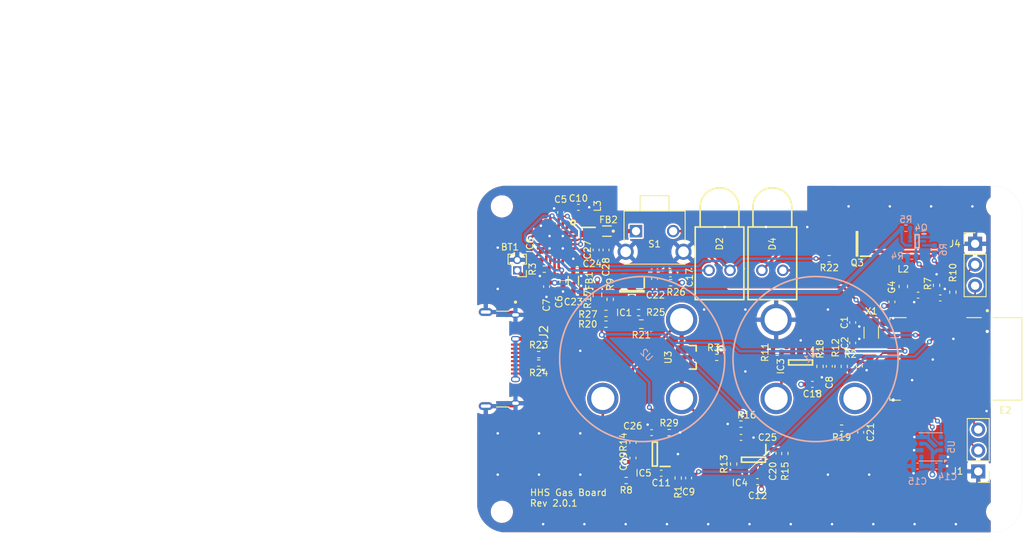
<source format=kicad_pcb>
(kicad_pcb (version 20240108) (generator "pcbnew") (generator_version "8.0")
  (layers (0 "F.Cu" signal) (1 "In1.Cu" power) (2 "In2.Cu" power) (31 "B.Cu" power) (34 "B.Paste" user) (35 "F.Paste" user) (36 "B.SilkS" user "B.Silkscreen") (37 "F.SilkS" user "F.Silkscreen") (38 "B.Mask" user) (39 "F.Mask" user) (44 "Edge.Cuts" user))
  (net 0 "")
  (net 1 "GND")
  (net 2 "VBAT")
  (net 3 "Net-(E2-P0.00{slash}XL1)")
  (net 4 "Net-(E2-P0.01{slash}XL2)")
  (net 5 "Net-(E2-DEC4)")
  (net 6 "VDD_nRF")
  (net 7 "Net-(IC6-DEC)")
  (net 8 "VSYS_RAW")
  (net 9 "VBUS")
  (net 10 "Net-(IC6-VOUTB)")
  (net 11 "Net-(IC5--IN)")
  (net 12 "Net-(IC5-OUT)")
  (net 13 "O2_MON")
  (net 14 "BAT_MON")
  (net 15 "Net-(IC3--IN)")
  (net 16 "Net-(IC3-OUT)")
  (net 17 "Net-(IC4-OUT)")
  (net 18 "Net-(IC4--IN)")
  (net 19 "GAS_MON")
  (net 21 "Net-(D2-K)")
  (net 22 "Net-(D4-K)")
  (net 23 "Net-(D4-A)")
  (net 27 "UART_RX")
  (net 28 "NORMAL")
  (net 31 "UART_TX")
  (net 32 "Net-(E2-SWDIO)")
  (net 34 "POTENTIOSTAT_OUT")
  (net 38 "Net-(E2-SWDCLK)")
  (net 42 "SDA")
  (net 43 "BAT_MON_EN")
  (net 45 "Net-(E2-DCC)")
  (net 46 "SCL")
  (net 47 "Net-(IC3-+IN)")
  (net 49 "Net-(IC6-SW)")
  (net 52 "Net-(IC6-NTC)")
  (net 53 "POWER")
  (net 54 "Net-(L1-Pad1)")
  (net 55 "Net-(Q4-D1)")
  (net 56 "Net-(R13-Pad2)")
  (net 57 "Net-(R14-Pad2)")
  (net 58 "Net-(Q4-D2)")
  (net 62 "Net-(IC1-VO)")
  (net 64 "Net-(R8-Pad2)")
  (net 65 "Vref_Devider")
  (net 66 "Vref_REF")
  (net 67 "Vref")
  (net 68 "Net-(R31-Pad1)")
  (net 69 "Net-(J2-VBUS)")
  (net 70 "Net-(J2-CC2)")
  (net 71 "Net-(J2-CC1)")
  (footprint "Resistor_SMD:R_0402_1005Metric" (layer "F.Cu") (at 155.66 112.07 -90)
    (property "Reference" "R7")
    (property "Value" "180k")
  )
  (footprint "Resistor_SMD:R_0402_1005Metric" (layer "F.Cu") (at 116.12 113.765 -90)
    (property "Reference" "R9")
    (property "Value" "1M")
  )
  (footprint "Resistor_SMD:R_0402_1005Metric" (layer "F.Cu") (at 141.54 121.885 90)
    (property "Reference" "R18")
    (property "Value" "10k")
  )
  (footprint "LIB_1285AS-H-2R2M=P2:1285ASH1R0MP2" (layer "F.Cu") (at 113.505 105.045 -90)
    (property "Reference" "L3")
    (property "Value" "2.2uH" (hide yes))
  )
  (footprint "Capacitor_SMD:C_0402_1005Metric" (layer "F.Cu") (at 118.88 132.985 -90)
    (property "Reference" "C19")
    (property "Value" "100nF")
  )
  (footprint "Resistor_SMD:R_0402_1005Metric" (layer "F.Cu") (at 119.57 115.37)
    (property "Reference" "R25")
    (property "Value" "1M")
  )
  (footprint "WP1533BQ_ID:WP1533BQ" (layer "F.Cu") (at 128.1 110.25 -90)
    (property "Reference" "D2")
    (property "Value" "L0603R" (hide yes))
  )
  (footprint "Resistor_SMD:R_0402_1005Metric" (layer "F.Cu") (at 123.26 129.91)
    (property "Reference" "R29")
    (property "Value" "NC")
  )
  (footprint "Capacitor_SMD:C_0402_1005Metric" (layer "F.Cu") (at 114.42 107.78 90)
    (property "Reference" "C27")
    (property "Value" "1uF")
  )
  (footprint "MMBFJ177:SOT23" (layer "F.Cu") (at 125.88 120.79 -90)
    (property "Reference" "U3")
    (property "Value" "MMBFJ177")
  )
  (footprint "Resistor_SMD:R_0603_1608Metric" (layer "F.Cu") (at 114.58 113.215 -90)
    (property "Reference" "R17")
    (property "Value" "9.1M")
  )
  (footprint "Connector_PinHeader_1.27mm:PinHeader_1x02_P1.27mm_Vertical" (layer "F.Cu") (at 104.86 110.26 180)
    (property "Reference" "BT1")
    (property "Value" "BT1" (hide yes))
  )
  (footprint "Connector_PinHeader_2.54mm:PinHeader_1x03_P2.54mm_Vertical" (layer "F.Cu") (at 160.71 134.61 180)
    (property "Reference" "J1")
    (property "Value" "J-link")
  )
  (footprint "Crystal:Crystal_SMD_3215-2Pin_3.2x1.5mm" (layer "F.Cu") (at 147.75 117.8025 90)
    (property "Reference" "X1")
    (property "Value" "32.768kHz")
  )
  (footprint "Capacitor_SMD:C_0402_1005Metric" (layer "F.Cu") (at 156.11 113.595)
    (property "Reference" "C16" (hide yes))
    (property "Value" "100nF")
  )
  (footprint "MURATA_BLM15PE121SH1D:MURATA_BLM15PE121SH1D_0" (layer "F.Cu") (at 115.73 105.5)
    (property "Reference" "FB2")
    (property "Value" "120R/0.9A")
  )
  (footprint "Capacitor_SMD:C_0402_1005Metric" (layer "F.Cu") (at 121.14 129.91 180)
    (property "Reference" "C26")
    (property "Value" "10uF")
  )
  (footprint "NPM1100-QDAA-R:QFN50P400X400X90-25N-D" (layer "F.Cu") (at 109.63 106.845 -90)
    (property "Reference" "IC6")
    (property "Value" "NPM1100-QDAA-R" (hide yes))
  )
  (footprint "HHS:gas_nordic_edge" (layer "F.Cu") (at 100 100)
    (property "Reference" "Gas_Board1" (hide yes))
    (property "Value" "Gas_Board" (hide yes))
    (fp_line (start 0 3.5) (end 0 15.5) (stroke (width 0.01)) (layer "Edge.Cuts"))
    (fp_line (start 0 38.5) (end 0 26.5) (stroke (width 0.01)) (layer "Edge.Cuts"))
    (fp_line (start 17 0) (end 3.5 0) (stroke (width 0.01)) (layer "Edge.Cuts"))
    (fp_line (start 17 0) (end 17 3) (stroke (width 0.01)) (layer "Edge.Cuts"))
    (fp_line (start 40 0) (end 40 3) (stroke (width 0.01)) (layer "Edge.Cuts"))
    (fp_line (start 40 3) (end 17 3) (stroke (width 0.01)) (layer "Edge.Cuts"))
    (fp_line (start 62.5 0) (end 40 0) (stroke (width 0.01)) (layer "Edge.Cuts"))
    (fp_line (start 62.5 42) (end 3.5 42) (stroke (width 0.01)) (layer "Edge.Cuts"))
    (fp_line (start 66 3.5) (end 66 38.5) (stroke (width 0.01)) (layer "Edge.Cuts"))
    (fp_arc (start 0 3.5) (mid 1.025126 1.025126) (end 3.5 0) (stroke (width 0.01)) (layer "Edge.Cuts"))
    (fp_arc (start 3.5 42) (mid 1.025126 40.974874) (end 0 38.5) (stroke (width 0.01)) (layer "Edge.Cuts"))
    (fp_arc (start 62.5 0) (mid 64.974874 1.025126) (end 66 3.5) (stroke (width 0.01)) (layer "Edge.Cuts"))
    (fp_arc (start 66 38.5) (mid 64.974874 40.974874) (end 62.5 42) (stroke (width 0.01)) (layer "Edge.Cuts"))
  )
  (footprint "Capacitor_SMD:C_0402_1005Metric" (layer "F.Cu") (at 122.305 134.835 180)
    (property "Reference" "C11")
    (property "Value" "100nF")
  )
  (footprint "Capacitor_SMD:C_0402_1005Metric" (layer "F.Cu") (at 112.125 112.92 180)
    (property "Reference" "C23")
    (property "Value" "100nF")
  )
  (footprint "Resistor_SMD:R_0603_1608Metric" (layer "F.Cu") (at 119.89 116.77)
    (property "Reference" "R21")
    (property "Value" "953k")
  )
  (footprint "Capacitor_SMD:C_0402_1005Metric" (layer "F.Cu") (at 112.125 110.145 180)
    (property "Reference" "C24")
    (property "Value" "10nF")
  )
  (footprint "Inductor_SMD:L_0603_1608Metric" (layer "F.Cu") (at 151.63 112.2025 90)
    (property "Reference" "L2")
    (property "Value" "10uH")
  )
  (footprint "Capacitor_SMD:C_0402_1005Metric" (layer "F.Cu") (at 125.62 135.41 90)
    (property "Reference" "C9")
    (property "Value" "10uF")
  )
  (footprint "Resistor_SMD:R_0402_1005Metric" (layer "F.Cu") (at 115.61 115.47 180)
    (property "Reference" "R27")
    (property "Value" "NC")
  )
  (footprint "Capacitor_SMD:C_0402_1005Metric" (layer "F.Cu") (at 121.5 111.26 -90)
    (property "Reference" "C22")
    (property "Value" "100nF")
  )
  (footprint "LPV821DBVR:SOT95P280X145-5N" (layer "F.Cu") (at 139.19 121.41 -90)
    (property "Reference" "IC3")
    (property "Value" "LPV821DBVR" (hide yes))
  )
  (footprint "Resistor_SMD:R_0402_1005Metric" (layer "F.Cu") (at 143.73 121.89 -90)
    (property "Reference" "R12")
    (property "Value" "2M")
  )
  (footprint "Connector_PinHeader_2.54mm:PinHeader_1x03_P2.54mm_Vertical" (layer "F.Cu") (at 160.33 107.03)
    (property "Reference" "J4")
    (property "Value" "Conn_01x03")
  )
  (footprint "Capacitor_SMD:C_0402_1005Metric" (layer "F.Cu") (at 112.27 102.62)
    (property "Reference" "C10")
    (property "Value" "10uF")
  )
  (footprint "Capacitor_SMD:C_0402_1005Metric" (layer "F.Cu") (at 108.42 112.22 90)
    (property "Reference" "C7")
    (property "Value" "1uF")
  )
  (footprint "MURATA_BLM15PE121SH1D:MURATA_BLM15PE121SH1D_0" (layer "F.Cu") (at 111.655 111.495 90)
    (property "Reference" "FB1")
    (property "Value" "120R/0.9A")
  )
  (footprint "Resistor_SMD:R_0402_1005Metric" (layer "F.Cu") (at 144.16 129.37)
    (property "Reference" "R19")
    (property "Value" "49.9k")
  )
  (footprint "Inductor_SMD:L_0402_1005Metric" (layer "F.Cu") (at 153 111.6625 -90)
    (property "Reference" "L1" (hide yes))
    (property "Value" "15nH")
  )
  (footprint "MDBT42Q-512KV2:RAYTAC_MDBT42Q-512KV2" (layer "F.Cu") (at 158 120.98 -90)
    (property "Reference" "E2")
    (property "Value" "MDBT42Q-512KV2")
  )
  (footprint "Resistor_SMD:R_0402_1005Metric" (layer "F.Cu") (at 157.635 112.895 -90)
    (property "Reference" "R10")
    (property "Value" "1M")
  )
  (footprint "Capacitor_SMD:C_0402_1005Metric" (layer "F.Cu") (at 146.47 129.87 90)
    (property "Reference" "C21")
    (property "Value" "10uF")
  )
  (footprint "REF1112AIDBZR:SOT95P237X112-3N" (layer "F.Cu") (at 118.75 112.79 -90)
    (property "Reference" "IC1")
    (property "Value" "REF1112AIDBZR" (hide yes))
  )
  (footprint "TS11-674-43-BK-100-RA-D:SW_TS11-674-43-BK-100-RA-D" (layer "F.Cu") (at 121.5 105.5 180)
    (property "Reference" "S1")
    (property "Value" "SW1")
  )
  (footprint "Capacitor_SMD:C_0402_1005Metric" (layer "F.Cu") (at 153.42 113.26 180)
    (property "Reference" "C3" (hide yes))
    (property "Value" "1uF")
  )
  (footprint "Capacitor_SMD:C_0402_1005Metric" (layer "F.Cu") (at 135.85 132.415 -90)
    (property "Reference" "C20")
    (property "Value" "10uF")
  )
  (footprint "Resistor_SMD:R_0402_1005Metric" (layer "F.Cu") (at 136.36 120.16 180)
    (property "Reference" "R11")
    (property "Value" "100")
  )
  (footprint "Resistor_SMD:R_0402_1005Metric" (layer "F.Cu") (at 131.08 133.715 90)
    (property "Reference" "R13")
    (property "Value" "10")
  )
  (footprint "Resistor_SMD:R_0402_1005Metric" (layer "F.Cu") (at 129.03 120.79)
    (property "Reference" "R31")
    (property "Value" "1M")
  )
  (footprint "Resistor_SMD:R_0402_1005Metric" (layer "F.Cu") (at 123.44 111.75)
    (property "Reference" "R26")
    (property "Value" "1M")
  )
  (footprint "Capacitor_SMD:C_0402_1005Metric" (layer "F.Cu") (at 140.615 124.06 180)
    (property "Reference" "C18")
    (property "Value" "100nF")
  )
  (footprint "Resistor_SMD:R_0402_1005Metric" (layer "F.Cu") (at 118.88 131.06 90)
    (property "Reference" "R14")
    (property "Value" "10k")
  )
  (footprint "Capacitor_SMD:C_0402_1005Metric" (layer "F.Cu") (at 145.5 116.5725 90)
    (property "Reference" "C1")
    (property "Value" "12pF")
  )
  (footprint "LPV821DBVR:SOT95P280X145-5N" (layer "F.Cu") (at 121.53 132.51 180)
    (property "Reference" "IC5")
    (property "Value" "LPV821DBVR" (hide yes))
  )
  (footprint "Resistor_SMD:R_0402_1005Metric" (layer "F.Cu") (at 142.65 108.84 180)
    (property "Reference" "R22")
    (property "Value" "150")
  )
  (footprint "Capacitor_SMD:C_0402_1005Metric" (layer "F.Cu") (at 133.96 135.84)
    (property "Reference" "C12")
    (property "Value" "100nF")
  )
  (footprint "Resistor_SMD:R_0402_1005Metric" (layer "F.Cu") (at 124.36 135.41 -90)
    (property "Reference" "R1")
    (property "Value" "49.9k")
  )
  (footprint "FDV303N:SOT96P237X111-3N" (layer "F.Cu") (at 146.02 107.035 180)
    (property "Reference" "Q3")
    (property "Value" "FDV303N" (hide yes))
  )
  (footprint "Capacitor_SMD:C_0402_1005Metric" (layer "F.Cu") (at 131.98 130.49 180)
    (property "Reference" "C25")
    (property "Value" "10uF")
  )
  (footprint "Resistor_SMD:R_0402_1005Metric" (layer "F.Cu") (at 107.46 121.485)
    (property "Reference" "R24")
    (property "Value" "5.1k")
  )
  (footprint "Resistor_SMD:R_0402_1005Metric" (layer "F.Cu") (at 137.28 132.44 -90)
    (property "Reference" "R15")
    (property "Value" "300k")
  )
  (footprint "WP1533BQ_ID:WP1533BQ" (layer "F.Cu") (at 134.5 110.25 -90)
    (property "Reference" "D4")
    (property "Value" "L0603G" (hide yes))
  )
  (footprint "Capacitor_SMD:C_0402_1005Metric" (layer "F.Cu") (at 110.405 111.645 -90)
    (property "Reference" "C6")
    (property "Value" "10uF")
  )
  (footprint "Capacitor_SMD:C_0402_1005Metric" (layer "F.Cu") (at 150.25 114.07 90)
    (property "Reference" "C4")
    (property "Value" "10uF")
  )
  (footprint "UJ20-C-G-MSMT-TR-68:CUI_UJ20-C-G-MSMT-TR-68" (layer "F.Cu") (at 101.05 121 -90)
    (property "Reference" "J2")
    (property "Value" "USB")
    (fp_line (start -5.5 1.05) (end -5.1 0.65) (stroke (width 0.01)) (layer "Edge.Cuts"))
    (fp_line (start -5.1 0.65) (end -5.1 -2.35) (stroke (width 0.01)) (layer "Edge.Cuts"))
    (fp_line (start 5.1 0.65) (end 5.5 1.05) (stroke (width 0.01)) (layer "Edge.Cuts"))
    (fp_line (start 5.1 -2.35) (end 5.1 0.65) (stroke (width 0.01)) (layer "Edge.Cuts"))
    (fp_line (start -4.6 -2.85) (end 4.6 -2.85) (stroke (width 0.01)) (layer "Edge.Cuts"))
    (fp_arc (start -5.1 -2.35) (mid -4.953553 -2.703553) (end -4.6 -2.85) (stroke (width 0.01)) (layer "Edge.Cuts"))
    (fp_arc (start 4.6 -2.85) (mid 4.953553 -2.703553) (end 5.1 -2.35) (stroke (width 0.01)) (layer "Edge.Cuts"))
  )
  (footprint "Resistor_SMD:R_0402_1005Metric" (layer "F.Cu") (at 145.235 121.885 90)
    (property "Reference" "R2")
    (property "Value" "49.9k")
  )
  (footprint "Resistor_SMD:R_0402_1005Metric" (layer "F.Cu") (at 108.14 110.11)
    (property "Reference" "R3")
    (property "Value" "10k")
  )
  (footprint "Resistor_SMD:R_0402_1005Metric" (layer "F.Cu") (at 107.46 120.46)
    (property "Reference" "R23")
    (property "Value" "5.1k")
  )
  (footprint "Capacitor_SMD:C_0402_1005Metric" (layer "F.Cu") (at 145.5 119.0525 -90)
    (property "Reference" "C2")
    (property "Value" "12pF")
  )
  (footprint "Capacitor_SMD:C_0402_1005Metric" (layer "F.Cu") (at 115.62 107.78 90)
    (property "Reference" "C28")
    (property "Value" "10uF")
  )
  (footprint "Resistor_SMD:R_0402_1005Metric" (layer "F.Cu") (at 131.96 128.88 180)
    (property "Reference" "R16")
    (property "Value" "NC")
  )
  (footprint "Resistor_SMD:R_0402_1005Metric" (layer "F.Cu") (at 115.61 116.77 180)
    (property "Reference" "R20")
    (property "Value" "0")
  )
  (footprint "Capacitor_SMD:C_0402_1005Metric" (layer "F.Cu") (at 123.42 110.68)
    (property "Reference" "C17")
    (property "Value" "1uF")
  )
  (footprint "Capacitor_SMD:C_0402_1005Metric" (layer "F.Cu") (at 142.665 121.87 -90)
    (property "Reference" "C8")
    (property "Value" "10uF")
  )
  (footprint "LPV821DBVR:SOT95P280X145-5N" (layer "F.Cu") (at 133.48 133.19 -90)
    (property "Reference" "IC4")
    (property "Value" "LPV821DBVR" (hide yes))
  )
  (footprint "Capacitor_SMD:C_0402_1005Metric" (layer "F.Cu") (at 146.305 121.865 90)
    (property "Reference" "C13" (hide yes))
    (property "Value" "10uF")
  )
  (footprint "Capacitor_SMD:C_0402_1005Metric" (layer "F.Cu") (at 110.13 103.225 -90)
    (property "Reference" "C5")
    (property "Value" "10uF")
  )
  (footprint "Resistor_SMD:R_0402_1005Metric" (layer "F.Cu") (at 118.06 135.71 180)
    (property "Reference" "R8")
    (property "Value" "10k")
  )
  (footprint "Resistor_SMD:R_0402_1005Metric" (layer "B.Cu") (at 151.944 105.155)
    (property "Reference" "R5")
    (property "Value" "1M")
  )
  (footprint "DMC2400UV:SOTFL50P162X60-6N" (layer "B.Cu") (at 153.3 106.73 180)
    (property "Reference" "Q4")
    (property "Value" "DMC2400UV-7" (hide yes))
  )
  (footprint "Package_LGA:Bosch_LGA-8_3x3mm_P0.8mm_ClockwisePinNumbering" (layer "B.Cu") (at 155.0075 131.64 90)
    (property "Reference" "U5")
    (property "Value" "BME680")
  )
  (footprint "Resistor_SMD:R_0402_1005Metric" (layer "B.Cu") (at 152.66 108.52 180)
    (property "Reference" "R4")
    (property "Value" "1M")
  )
  (footprint "HHS:SS2198_H2S" (layer "B.Cu") (at 120 121 45)
    (property "Reference" "U2")
    (property "Value" "~")
  )
  (footprint "Capacitor_SMD:C_0402_1005Metric" (layer "B.Cu") (at 155.64 133.965 180)
    (property "Reference" "C14")
    (property "Value" "100nF")
  )
  (footprint "Resistor_SMD:R_0402_1005Metric" (layer "B.Cu") (at 155.38 107.74 90)
    (property "Reference" "R6")
    (property "Value" "1M5")
  )
  (footprint "Capacitor_SMD:C_0402_1005Metric" (layer "B.Cu") (at 153.345 133.965)
    (property "Reference" "C15")
    (property "Value" "100nF")
  )
  (footprint "HHS:SS2118_O2" (layer "B.Cu") (at 141 121 -45)
    (property "Reference" "U1")
    (property "Value" "~")
  )
  (gr_text "HHS Gas Board\nRev 2.0.1" (at 106.33 138.93 0) (layer "F.SilkS") (effects (font (size 0.8 0.8) (thickness 0.125)) (justify left bottom)))
  (segment (start 155.66 111.56) (end 155.66 110.73) (width 0.3) (layer "F.Cu") (net 1))
  (segment (start 108.88 107.595) (end 109.58 106.895) (width 0.3) (layer "F.Cu") (net 1))
  (segment (start 150.4 116.0525) (end 150.4 116.78) (width 0.4) (layer "F.Cu") (net 1))
  (segment (start 133.48 131.94) (end 133.48 130.52) (width 0.3) (layer "F.Cu") (net 1))
  (segment (start 147.185 122.345) (end 147.19 122.35) (width 0.3) (layer "F.Cu") (net 1))
  (segment (start 110.405 112.125) (end 110.405 112.82) (width 0.4) (layer "F.Cu") (net 1))
  (segment (start 156.59 113.595) (end 156.59 112.569239) (width 0.3) (layer "F.Cu") (net 1))
  (segment (start 109.63 106.845) (end 109.63 106.845) (width 0.3) (layer "F.Cu") (net 1))
  (segment (start 145.5 117.0525) (end 145.5 118.5725) (width 0.4) (layer "F.Cu") (net 1))
  (segment (start 112.605 112.92) (end 112.605 112.12) (width 0.4) (layer "F.Cu") (net 1))
  (segment (start 109.38 106.595) (end 109.63 106.845) (width 0.3) (layer "F.Cu") (net 1))
  (segment (start 111.63 106.095) (end 110.38 106.095) (width 0.3) (layer "F.Cu") (net 1))
  (segment (start 107.63 108.125) (end 107.63 108.095) (width 0.3) (layer "F.Cu") (net 1))
  (segment (start 152.94 113.26) (end 152.94 114.09) (width 0.3) (layer "F.Cu") (net 1))
  (segment (start 108.88 107.595) (end 109.63 106.845) (width 0.3) (layer "F.Cu") (net 1))
  (segment (start 155.66 110.73) (end 155.665 110.725) (width 0.3) (layer "F.Cu") (net 1))
  (segment (start 150.4 125.18) (end 150.4 125.9525) (width 0.4) (layer "F.Cu") (net 1))
  (segment (start 146.305 122.345) (end 147.185 122.345) (width 0.3) (layer "F.Cu") (net 1))
  (segment (start 107.63 104.945) (end 107.73 104.845) (width 0.3) (layer "F.Cu") (net 1))
  (segment (start 161.8 127.22) (end 161.72 127.3) (width 0.3) (layer "F.Cu") (net 1))
  (segment (start 161.8 125.58) (end 161.8 127.22) (width 0.3) (layer "F.Cu") (net 1))
  (segment (start 108.78 106.095) (end 108.88 106.095) (width 0.3) (layer "F.Cu") (net 1))
  (segment (start 107.63 108.095) (end 107.63 107.595) (width 0.3) (layer "F.Cu") (net 1))
  (segment (start 107.97 120.46) (end 107.97 119.62) (width 0.2) (layer "F.Cu") (net 1))
  (segment (start 111.655 108.845) (end 111.655 108.12) (width 0.3) (layer "F.Cu") (net 1))
  (segment (start 104.3 126.7) (end 104.65 126.35) (width 0.3) (layer "F.Cu") (net 1))
  (segment (start 157.521676 112.498324) (end 157.635 112.385) (width 0.3) (layer "F.Cu") (net 1))
  (segment (start 133.48 130.52) (end 133.49 130.51) (width 0.3) (layer "F.Cu") (net 1))
  (segment (start 107.63 107.595) (end 108.88 107.595) (width 0.3) (layer "F.Cu") (net 1))
  (segment (start 107.97 122.3) (end 107.96 122.31) (width 0.2) (layer "F.Cu") (net 1))
  (segment (start 161.8 116.38) (end 161.8 117.6525) (width 0.4) (layer "F.Cu") (net 1))
  (segment (start 109.58 106.845) (end 109.63 106.845) (width 0.3) (layer "F.Cu") (net 1))
  (segment (start 108.38 104.845) (end 107.73 104.845) (width 0.3) (layer "F.Cu") (net 1))
  (segment (start 110.38 107.595) (end 109.63 106.845) (width 0.3) (layer "F.Cu") (net 1))
  (segment (start 107.63 105.595) (end 107.63 104.945) (width 0.3) (layer "F.Cu") (net 1))
  (segment (start 110.88 108.095) (end 110.38 107.595) (width 0.3) (layer "F.Cu") (net 1))
  (segment (start 141.54 122.395) (end 141.54 122.99) (width 0.3) (layer "F.Cu") (net 1))
  (segment (start 145.5 118.5725) (end 146.28 118.5725) (width 0.4) (layer "F.Cu") (net 1))
  (segment (start 120.66 129.91) (end 120.66 128.94) (width 0.3) (layer "F.Cu") (net 1))
  (segment (start 107.97 121.485) (end 107.97 122.3) (width 0.2) (layer "F.Cu") (net 1))
  (segment (start 152.94 114.09) (end 152.95 114.1) (width 0.3) (layer "F.Cu") (net 1))
  (segment (start 110.38 106.095) (end 109.63 106.845) (width 0.3) (layer "F.Cu") (net 1))
  (segment (start 141.54 122.99) (end 141.76 123.21) (width 0.3) (layer "F.Cu") (net 1))
  (segment (start 156.660915 112.498324) (end 157.521676 112.498324) (width 0.3) (layer "F.Cu") (net 1))
  (segment (start 101.05 126.7) (end 104.3 126.7) (width 0.3) (layer "F.Cu") (net 1))
  (segment (start 109.38 104.845) (end 109.38 106.595) (width 0.3) (layer "F.Cu") (net 1))
  (segment (start 150.25 112.47) (end 150.27 112.45) (width 0.3) (layer "F.Cu") (net 1))
  (segment (start 139.19 120.16) (end 139.19 118.75) (width 0.3) (layer "F.Cu") (net 1))
  (segment (start 145.5 117.0525) (end 146.3 117.0525) (width 0.4) (layer "F.Cu") (net 1))
  (segment (start 108.42 112.7) (end 108.42 113.45) (width 0.4) (layer "F.Cu") (net 1))
  (segment (start 118.88 132.505) (end 117.875 132.505) (width 0.3) (layer "F.Cu") (net 1))
  (segment (start 139.19 118.75) (end 139.2 118.74) (width 0.3) (layer "F.Cu") (net 1))
  (segment (start 110.88 108.845) (end 110.88 108.095) (width 0.3) (layer "F.Cu") (net 1))
  (segment (start 108.88 106.095) (end 109.63 106.845) (width 0.3) (layer "F.Cu") (net 1))
  (segment (start 130.38 128.88) (end 130.36 128.86) (width 0.3) (layer "F.Cu") (net 1))
  (segment (start 107.63 105.595) (end 108.38 105.595) (width 0.3) (layer "F.Cu") (net 1))
  (segment (start 141.095 124.06) (end 141.095 124.905) (width 0.3) (layer "F.Cu") (net 1))
  (segment (start 114.42 108.26) (end 113.89 108.26) (width 0.3) (layer "F.Cu") (net 1))
  (segment (start 112.75 102.62) (end 113.57 102.62) (width 0.3) (layer "F.Cu") (net 1))
  (segment (start 122.78 132.51) (end 124.33 132.51) (width 0.3) (layer "F.Cu") (net 1))
  (segment (start 110.13 102.745) (end 109.33 102.745) (width 0.3) (layer "F.Cu") (net 1))
  (segment (start 150.25 113.59) (end 150.25 112.47) (width 0.3) (layer "F.Cu") (net 1))
  (segment (start 111.63 108.095) (end 110.88 108.095) (width 0.3) (layer "F.Cu") (net 1))
  (segment (start 108.78 107.595) (end 108.88 107.595) (width 0.3) (layer "F.Cu") (net 1))
  (segment (start 113.57 102.62) (end 113.58 102.61) (width 0.3) (layer "F.Cu") (net 1))
  (segment (start 124.58 129.91) (end 124.59 129.9) (width 0.3) (layer "F.Cu") (net 1))
  (segment (start 111.655 108.12) (end 111.63 108.095) (width 0.3) (layer "F.Cu") (net 1))
  (segment (start 108.38 104.845) (end 108.38 105.595) (width 0.3) (layer "F.Cu") (net 1))
  (segment (start 156.59 112.569239) (end 156.660915 112.498324) (width 0.3) (layer "F.Cu") (net 1))
  (segment (start 107.63 110.11) (end 107.63 110.92) (width 0.4) (layer "F.Cu") (net 1))
  (segment (start 108.78 105.995) (end 108.78 106.095) (width 0.3) (layer "F.Cu") (net 1))
  (segment (start 113.89 108.26) (end 113.47 107.84) (width 0.3) (layer "F.Cu") (net 1))
  (segment (start 141.095 124.905) (end 141.1 124.91) (width 0.3) (layer "F.Cu") (net 1))
  (segment (start 109.58 106.895) (end 109.58 106.845) (width 0.3) (layer "F.Cu") (net 1))
  (segment (start 108.38 105.595) (end 108.78 105.995) (width 0.3) (layer "F.Cu") (net 1))
  (segment (start 104.3 115.3) (end 104.65 115.65) (width 0.3) (layer "F.Cu") (net 1))
  (segment (start 117.875 132.505) (end 117.86 132.49) (width 0.3) (layer "F.Cu") (net 1))
  (segment (start 107.63 110.92) (end 107.605 110.945) (width 0.4) (layer "F.Cu") (net 1))
  (segment (start 107.63 106.595) (end 109.38 106.595) (width 0.3) (layer "F.Cu") (net 1))
  (segment (start 101.05 115.3) (end 104.3 115.3) (width 0.3) (layer "F.Cu") (net 1))
  (segment (start 131.45 128.88) (end 130.38 128.88) (width 0.3) (layer "F.Cu") (net 1))
  (segment (start 112.605 110.92) (end 112.605 110.145) (width 0.4) (layer "F.Cu") (net 1))
  (segment (start 110.88 108.845) (end 111.655 108.845) (width 0.3) (layer "F.Cu") (net 1))
  (segment (start 123.77 129.91) (end 124.58 129.91) (width 0.3) (layer "F.Cu") (net 1))
  (via (at 145 102.5) (size 0.6) (drill 0.3) (layers "F.Cu" "B.Cu") (net 1))
  (via (at 102.5 135) (size 0.6) (drill 0.3) (layers "F.Cu" "B.Cu") (net 1))
  (via (at 112.5 135) (size 0.6) (drill 0.3) (layers "F.Cu" "B.Cu") (net 1))
  (via (at 153 141) (size 0.6) (drill 0.3) (layers "F.Cu" "B.Cu") (net 1))
  (via (at 108.78 107.595) (size 0.6) (drill 0.3) (layers "F.Cu" "B.Cu") (net 1))
  (via (at 161.72 127.3) (size 0.6) (drill 0.3) (layers "F.Cu" "B.Cu") (net 1))
  (via (at 152.7 123.5525) (size 0.6) (drill 0.3) (layers "F.Cu" "B.Cu") (net 1))
  (via (at 130 105) (size 0.6) (drill 0.3) (layers "F.Cu" "B.Cu") (net 1))
  (via (at 102.5 112.5) (size 0.6) (drill 0.3) (layers "F.Cu" "B.Cu") (net 1))
  (via (at 139.2 118.74) (size 0.6) (drill 0.3) (layers "F.Cu" "B.Cu") (net 1))
  (via (at 138 141) (size 0.6) (drill 0.3) (layers "F.Cu" "B.Cu") (net 1))
  (via (at 124.59 129.9) (size 0.6) (drill 0.3) (layers "F.Cu" "B.Cu") (net 1))
  (via (at 113 141) (size 0.6) (drill 0.3) (layers "F.Cu" "B.Cu") (net 1))
  (via (at 146.3 118.5525) (size 0.6) (drill 0.3) (layers "F.Cu" "B.Cu") (net 1))
  (via (at 130.36 128.86) (size 0.6) (drill 0.3) (layers "F.Cu" "B.Cu") (net 1))
  (via (at 155 102.5) (size 0.6) (drill 0.3) (layers "F.Cu" "B.Cu") (net 1))
  (via (at 132.5 122.5) (size 0.6) (drill 0.3) (layers "F.Cu" "B.Cu") (net 1))
  (via (at 107.73 104.845) (size 0.6) (drill 0.3) (layers "F.Cu" "B.Cu") (net 1))
  (via (at 147.19 122.35) (size 0.6) (drill 0.3) (layers "F.Cu" "B.Cu") (net 1))
  (via (at 148 141) (size 0.6) (drill 0.3) (layers "F.Cu" "B.Cu") (net 1))
  (via (at 117.86 132.49) (size 0.6) (drill 0.3) (layers "F.Cu" "B.Cu") (net 1))
  (via (at 109.33 102.745) (size 0.6) (drill 0.3) (layers "F.Cu" "B.Cu") (net 1))
  (via (at 111.655 108.845) (size 0.6) (drill 0.3) (layers "F.Cu" "B.Cu") (net 1))
  (via (at 108 141) (size 0.6) (drill 0.3) (layers "F.Cu" "B.Cu") (net 1))
  (via (at 141.1 124.91) (size 0.6) (drill 0.3) (layers "F.Cu" "B.Cu") (net 1))
  (via (at 133 141) (size 0.6) (drill 0.3) (layers "F.Cu" "B.Cu") (net 1))
  (via (at 107.5 130) (size 0.6) (drill 0.3) (layers "F.Cu" "B.Cu") (net 1))
  (via (at 107.97 119.62) (size 0.6) (drill 0.3) (layers "F.Cu" "B.Cu") (net 1))
  (via (at 158 141) (size 0.6) (drill 0.3) (layers "F.Cu" "B.Cu") (net 1))
  (via (at 112.5 120) (size 0.6) (drill 0.3) (layers "F.Cu" "B.Cu") (net 1))
  (via (at 113.47 107.84) (size 0.6) (drill 0.3) (layers "F.Cu" "B.Cu") (net 1))
  (via (at 150.27 112.45) (size 0.6) (drill 0.3) (layers "F.Cu" "B.Cu") (net 1))
  (via (at 123 141) (size 0.6) (drill 0.3) (layers "F.Cu" "B.Cu") (net 1))
  (via (at 152.95 114.1) (size 0.6) (drill 0.3) (layers "F.Cu" "B.Cu") (net 1))
  (via (at 156.94 133.96) (size 0.6) (drill 0.3) (layers "F.Cu" "B.Cu") (net 1))
  (via (at 152.87 134.83) (size 0.6) (drill 0.3) (layers "F.Cu" "B.Cu") (net 1))
  (via (at 155.665 110.725) (size 0.6) (drill 0.3) (layers "F.Cu" "B.Cu") (net 1))
  (via (at 107.5 135) (size 0.6) (drill 0.3) (layers "F.Cu" "B.Cu") (net 1))
  (via (at 110.405 112.82) (size 0.6) (drill 0.3) (layers "F.Cu" "B.Cu") (net 1))
  (via (at 133.49 130.51) (size 0.6) (drill 0.3) (layers "F.Cu" "B.Cu") (net 1))
  (via (at 142.5 135) (size 0.6) (drill 0.3) (layers "F.Cu" "B.Cu") (net 1))
  (via (at 141.76 123.21) (size 0.6) (drill 0.3) (layers "F.Cu" "B.Cu") (net 1))
  (via (at 108.78 106.095) (size 0.6) (drill 0.3) (layers "F.Cu" "B.Cu") (net 1))
  (via (at 150 102.5) (size 0.6) (drill 0.3) (layers "F.Cu" "B.Cu") (net 1))
  (via (at 102.5 107.5) (size 0.6) (drill 0.3) (layers "F.Cu" "B.Cu") (net 1))
  (via (at 143 141) (size 0.6) (drill 0.3) (layers "F.Cu" "B.Cu") (net 1))
  (via (at 102.5 130) (size 0.6) (drill 0.3) (layers "F.Cu" "B.Cu") (net 1))
  (via (at 112.605 112.12) (size 0.6) (drill 0.3) (layers "F.Cu" "B.Cu") (net 1))
  (via (at 157.05 132.85) (size 0.6) (drill 0.3) (layers "F.Cu" "B.Cu") (net 1))
  (via (at 140 105) (size 0.6) (drill 0.3) (layers "F.Cu" "B.Cu") (net 1))
  (via (at 152.97 130.44) (size 0.6) (drill 0.3) (layers "F.Cu" "B.Cu") (net 1))
  (via (at 107.605 110.945) (size 0.6) (drill 0.3) (layers "F.Cu" "B.Cu") (net 1))
  (via (at 110.38 106.095) (size 0.6) (drill 0.3) (layers "F.Cu" "B.Cu") (net 1))
  (via (at 118 141) (size 0.6) (drill 0.3) (layers "F.Cu" "B.Cu") (net 1))
  (via (at 157.7 118.5525) (size 0.6) (drill 0.3) (layers "F.Cu" "B.Cu") (net 1))
  (via (at 155.2 121.0525) (size 0.6) (drill 0.3) (layers "F.Cu" "B.Cu") (net 1))
  (via (at 128 141) (size 0.6) (drill 0.3) (layers "F.Cu" "B.Cu") (net 1))
  (via (at 127.5 115) (size 0.6) (drill 0.3) (layers "F.Cu" "B.Cu") (net 1))
  (via (at 160 102.5) (size 0.6) (drill 0.3) (layers "F.Cu" "B.Cu") (net 1))
  (via (at 150.4 116.0525) (size 0.6) (drill 0.3) (layers "F.Cu" "B.Cu") (net 1))
  (via (at 120.66 128.94) (size 0.6) (drill 0.3) (layers "F.Cu" "B.Cu") (net 1))
  (via (at 146.3 117.0525) (size 0.6) (drill 0.3) (layers "F.Cu" "B.Cu") (net 1))
  (via (at 150.4 125.9525) (size 0.7) (drill 0.4) (layers "F.Cu" "B.Cu") (net 1))
  (via (at 113.58 102.61) (size 0.6) (drill 0.3) (layers "F.Cu" "B.Cu") (net 1))
  (via (at 110.38 107.595) (size 0.6) (drill 0.3) (layers "F.Cu" "B.Cu") (net 1))
  (via (at 156.660915 112.498324) (size 0.6) (drill 0.3) (layers "F.Cu" "B.Cu") (net 1))
  (via (at 108.405 113.465) (size 0.6) (drill 0.3) (layers "F.Cu" "B.Cu") (net 1))
  (via (at 161.8 117.6525) (size 0.7) (drill 0.4) (layers "F.Cu" "B.Cu") (net 1))
  (via (at 147.5 135) (size 0.6) (drill 0.3) (layers "F.Cu" "B.Cu") (net 1))
  (via (at 107.96 122.31) (size 0.6) (drill 0.3) (layers "F.Cu" "B.Cu") (net 1))
  (via (at 112.605 110.92) (size 0.6) (drill 0.3) (layers "F.Cu" "B.Cu") (net 1))
  (via (at 132.5 115) (size 0.6) (drill 0.3) (layers "F.Cu" "B.Cu") (net 1))
  (via (at 124.33 132.51) (size 0.6) (drill 0.3) (layers "F.Cu" "B.Cu") (net 1))
  (via (at 135 105) (size 0.6) (drill 0.3) (layers "F.Cu" "B.Cu") (net 1))
  (via (at 142.5 115) (size 0.6) (drill 0.3) (layers "F.Cu" "B.Cu") (net 1))
  (via (at 152.94 132.04) (size 0.6) (drill 0.3) (layers "F.Cu" "B.Cu") (net 1))
  (via (at 112.5 130) (size 0.6) (drill 0.3) (layers "F.Cu" "B.Cu") (net 1))
  (segment (start 156.935 133.965) (end 156.94 133.96) (width 0.3) (layer "B.Cu") (net 1))
  (segment (start 152.865 133.965) (end 152.865 134.825) (width 0.3) (layer "B.Cu") (net 1))
  (segment (start 153.82 130.44) (end 152.97 130.44) (width 0.3) (layer "B.Cu") (net 1))
  (segment (start 156.195 132.84) (end 157.04 132.84) (width 0.3) (layer "B.Cu") (net 1))
  (segment (start 153.82 132.04) (end 152.94 132.04) (width 0.3) (layer "B.Cu") (net 1))
  (segment (start 156.12 133.965) (end 156.935 133.965) (width 0.3) (layer "B.Cu") (net 1))
  (segment (start 157.04 132.84) (end 157.05 132.85) (width 0.3) (layer "B.Cu") (net 1))
  (segment (start 152.865 134.825) (end 152.87 134.83) (width 0.3) (layer "B.Cu") (net 1))
  (segment (start 108.42 111.74) (end 109.38 110.78) (width 0.3) (layer "F.Cu") (net 2))
  (segment (start 109.37 111.74) (end 109.39 111.76) (width 0.5) (layer "F.Cu") (net 2))
  (segment (start 108.42 111.74) (end 109.37 111.74) (width 0.5) (layer "F.Cu") (net 2))
  (segment (start 104.86 110.26) (end 106.34 111.74) (width 0.5) (layer "F.Cu") (net 2))
  (segment (start 109.38 110.78) (end 109.38 108.845) (width 0.3) (layer "F.Cu") (net 2))
  (segment (start 106.34 111.74) (end 108.42 111.74) (width 0.5) (layer "F.Cu") (net 2))
  (via (at 109.39 111.76) (size 0.7) (drill 0.4) (layers "F.Cu" "B.Cu") (net 2))
  (segment (start 109.39 111.76) (end 111.184339 111.76) (width 0.5) (layer "B.Cu") (net 2))
  (segment (start 151.434 106.794) (end 151.87 107.23) (width 0.3) (layer "B.Cu") (net 2))
  (segment (start 111.184339 111.76) (end 112.294339 112.87) (width 0.5) (layer "B.Cu") (net 2))
  (segment (start 143.719 112.87) (end 151.434 105.155) (width 0.5) (layer "B.Cu") (net 2))
  (segment (start 151.87 107.23) (end 152.466 107.23) (width 0.3) (layer "B.Cu") (net 2))
  (segment (start 112.294339 112.87) (end 143.719 112.87) (width 0.5) (layer "B.Cu") (net 2))
  (segment (start 151.434 105.155) (end 151.434 106.794) (width 0.3) (layer "B.Cu") (net 2))
  (segment (start 146.719239 116.5525) (end 146.259239 116.0925) (width 0.3) (layer "F.Cu") (net 3))
  (segment (start 150.4 117.48) (end 148.6275 117.48) (width 0.3) (layer "F.Cu") (net 3))
  (segment (start 146.259239 116.0925) (end 145.5 116.0925) (width 0.3) (layer "F.Cu") (net 3))
  (segment (start 148.6275 117.48) (end 147.75 116.6025) (width 0.3) (layer "F.Cu") (net 3))
  (segment (start 147.75 116.6025) (end 147.75 116.5525) (width 0.3) (layer "F.Cu") (net 3))
  (segment (start 147.75 116.5525) (end 146.719239 116.5525) (width 0.3) (layer "F.Cu") (net 3))
  (segment (start 148.6725 118.18) (end 147.8 119.0525) (width 0.3) (layer "F.Cu") (net 4))
  (segment (start 146.719239 119.0525) (end 146.239239 119.5325) (width 0.3) (layer "F.Cu") (net 4))
  (segment (start 150.4 118.18) (end 148.6725 118.18) (width 0.3) (layer "F.Cu") (net 4))
  (segment (start 147.75 119.0525) (end 146.719239 119.0525) (width 0.3) (layer "F.Cu") (net 4))
  (segment (start 147.6 119.2025) (end 147.75 119.0525) (width 0.2) (layer "F.Cu") (net 4))
  (segment (start 147.8 119.0525) (end 147.75 119.0525) (width 0.3) (layer "F.Cu") (net 4))
  (segment (start 146.239239 119.5325) (end 145.5 119.5325) (width 0.3) (layer "F.Cu") (net 4))
  (segment (start 153 112.1475) (end 153.9 113.0475) (width 0.3) (layer "F.Cu") (net 5))
  (segment (start 153.9 113.0475) (end 153.9 113.26) (width 0.3) (layer "F.Cu") (net 5))
  (segment (start 153.9 113.26) (end 153.9 116.38) (width 0.3) (layer "F.Cu") (net 5))
  (segment (start 124.82 111.75) (end 124.83 111.74) (width 0.5) (layer "F.Cu") (net 6))
  (segment (start 114.58 112.39) (end 114.58 111.37) (width 0.5) (layer "F.Cu") (net 6))
  (segment (start 116.13 105.5) (end 119.25 105.5) (width 0.5) (layer "F.Cu") (net 6))
  (segment (start 123.9 111.7) (end 123.95 111.75) (width 0.5) (layer "F.Cu") (net 6))
  (segment (start 116.13 106.79) (end 115.62 107.3) (width 0.5) (layer "F.Cu") (net 6))
  (segment (start 123.9 110.68) (end 123.9 111.7) (width 0.5) (layer "F.Cu") (net 6))
  (segment (start 134.44 134.45) (end 134.43 134.44) (width 0.5) (layer "F.Cu") (net 6))
  (segment (start 117.925 133.465) (end 117.92 133.46) (width 0.5) (layer "F.Cu") (net 6))
  (segment (start 123.95 111.75) (end 124.82 111.75) (width 0.5) (layer "F.Cu") (net 6))
  (segment (start 140.135 122.665) (end 140.14 122.66) (width 0.5) (layer "F.Cu") (net 6))
  (segment (start 129.54 120.79) (end 129.54 119.88) (width 0.5) (layer "F.Cu") (net 6))
  (segment (start 150.25 114.55) (end 150.67 114.55) (width 0.5) (layer "F.Cu") (net 6))
  (segment (start 118.88 133.465) (end 117.925 133.465) (width 0.5) (layer "F.Cu") (net 6))
  (segment (start 134.44 135.84) (end 134.44 134.45) (width 0.5) (layer "F.Cu") (net 6))
  (segment (start 150.25 114.55) (end 149.31 114.55) (width 0.5) (layer "F.Cu") (net 6))
  (segment (start 114.42 107.3) (end 115.62 107.3) (width 0.5) (layer "F.Cu") (net 6))
  (segment (start 139.26 124.06) (end 139.25 124.07) (width 0.5) (layer "F.Cu") (net 6))
  (segment (start 120.275 133.465) (end 120.28 133.46) (width 0.5) (layer "F.Cu") (net 6))
  (segment (start 140.135 124.06) (end 140.135 122.665) (width 0.5) (layer "F.Cu") (net 6))
  (segment (start 140.135 124.06) (end 139.26 124.06) (width 0.5) (layer "F.Cu") (net 6))
  (segment (start 150.67 114.55) (end 152.5 116.38) (width 0.5) (layer "F.Cu") (net 6))
  (segment (start 116.13 105.5) (end 116.13 106.79) (width 0.5) (layer "F.Cu") (net 6))
  (segment (start 114.58 111.37) (end 114.57 111.36) (width 0.5) (layer "F.Cu") (net 6))
  (segment (start 134.44 135.84) (end 134.44 136.77) (width 0.5) (layer "F.Cu") (net 6))
  (segment (start 118.88 133.465) (end 120.275 133.465) (width 0.5) (layer "F.Cu") (net 6))
  (via (at 124.83 111.74) (size 0.7) (drill 0.4) (layers "F.Cu" "B.Cu") (net 6))
  (via (at 139.25 124.07) (size 0.7) (drill 0.4) (layers "F.Cu" "B.Cu") (net 6))
  (via (at 129.54 119.88) (size 0.7) (drill 0.4) (layers "F.Cu" "B.Cu") (net 6))
  (via (at 134.44 136.77) (size 0.7) (drill 0.4) (layers "F.Cu" "B.Cu") (net 6))
  (via (at 155.16 134.99) (size 0.7) (drill 0.4) (layers "F.Cu" "B.Cu") (net 6))
  (via (at 117.92 133.46) (size 0.7) (drill 0.4) (layers "F.Cu" "B.Cu") (net 6))
  (via (at 149.31 114.55) (size 0.7) (drill 0.4) (layers "F.Cu" "B.Cu") (net 6))
  (via (at 114.57 111.36) (size 0.7) (drill 0.4) (layers "F.Cu" "B.Cu") (net 6))
  (segment (start 153.825 132.845) (end 153.82 132.84) (width 0.4) (layer "B.Cu") (net 6))
  (segment (start 155.715 132.04) (end 155.16 132.595) (width 0.4) (layer "B.Cu") (net 6))
  (segment (start 155.16 132.595) (end 155.16 132.06) (width 0.4) (layer "B.Cu") (net 6))
  (segment (start 155.16 132.06) (end 154.34 131.24) (width 0.4) (layer "B.Cu") (net 6))
  (segment (start 156.195 132.04) (end 155.715 132.04) (width 0.4) (layer "B.Cu") (net 6))
  (segment (start 155.16 132.595) (end 155.16 133.965) (width 0.4) (layer "B.Cu") (net 6))
  (segment (start 153.825 133.965) (end 153.825 132.845) (width 0.4) (layer "B.Cu") (net 6))
  (segment (start 153.804 133.986) (end 153.825 133.965) (width 0.5) (layer "B.Cu") (net 6))
  (segment (start 155.16 133.965) (end 153.825 133.965) (width 0.5) (layer "B.Cu") (net 6))
  (segment (start 154.34 131.24) (end 153.82 131.24) (width 0.4) (layer "B.Cu") (net 6))
  (segment (start 155.16 133.965) (end 155.16 134.99) (width 0.5) (layer "B.Cu") (net 6))
  (segment (start 110.38 104.845) (end 110.38 103.955) (width 0.3) (layer "F.Cu") (net 7))
  (segment (start 110.13 103.705) (end 110.92 103.705) (width 0.2) (layer "F.Cu") (net 7))
  (segment (start 109.88 103.955) (end 110.13 103.705) (width 0.3) (layer "F.Cu") (net 7))
  (segment (start 112.53 107.095) (end 111.63 107.095) (width 0.2) (layer "F.Cu") (net 7))
  (segment (start 110.92 103.705) (end 110.93 103.695) (width 0.2) (layer "F.Cu") (net 7))
  (segment (start 110.38 103.955) (end 110.13 103.705) (width 0.3) (layer "F.Cu") (net 7))
  (segment (start 109.88 104.845) (end 109.88 103.955) (width 0.3) (layer "F.Cu") (net 7))
  (via (at 110.93 103.695) (size 0.6) (drill 0.3) (layers "F.Cu" "B.Cu") (net 7))
  (via (at 112.53 107.095) (size 0.6) (drill 0.3) (layers "F.Cu" "B.Cu") (net 7))
  (segment (start 112.53 105.295) (end 112.53 107.095) (width 0.2) (layer "B.Cu") (net 7))
  (segment (start 110.93 103.695) (end 112.53 105.295) (width 0.2) (layer "B.Cu") (net 7))
  (segment (start 110.24538 110.22962) (end 110.24538 111.00538) (width 0.3) (layer "F.Cu") (net 8))
  (segment (start 142.14 108.84) (end 141.06 108.84) (width 0.3) (layer "F.Cu") (net 8))
  (segment (start 109.88 109.86424) (end 109.88 108.845) (width 0.3) (layer "F.Cu") (net 8))
  (segment (start 108.88 103.86) (end 109.09 103.65) (width 0.3) (layer "F.Cu") (net 8))
  (segment (start 108.88 104.111871) (end 108.88 103.86) (width 0.3) (layer "F.Cu") (net 8))
  (segment (start 110.24538 110.22962) (end 109.88 109.86424) (width 0.3) (layer "F.Cu") (net 8))
  (segment (start 108.88 104.845) (end 108.88 104.111871) (width 0.3) (layer "F.Cu") (net 8))
  (segment (start 110.24538 111.00538) (end 110.405 111.165) (width 0.3) (layer "F.Cu") (net 8))
  (segment (start 141.06 108.84) (end 141.05 108.83) (width 0.3) (layer "F.Cu") (net 8))
  (via (at 109.09 103.65) (size 0.6) (drill 0.3) (layers "F.Cu" "B.Cu") (net 8))
  (via (at 141.05 108.83) (size 0.6) (drill 0.3) (layers "F.Cu" "B.Cu") (net 8))
  (via (at 110.24538 110.22962) (size 0.6) (drill 0.3) (layers "F.Cu" "B.Cu") (net 8))
  (segment (start 109.400381 110.22962) (end 105.8 106.629239) (width 0.3) (layer "B.Cu") (net 8))
  (segment (start 141.05 108.83) (end 132.06 108.83) (width 0.3) (layer "B.Cu") (net 8))
  (segment (start 114.275761 109.76) (end 126.83 109.76) (width 0.3) (layer "B.Cu") (net 8))
  (segment (start 110.24538 110.22962) (end 109.400381 110.22962) (width 0.3) (layer "B.Cu") (net 8))
  (segment (start 105.8 105.855761) (end 108.005761 103.65) (width 0.3) (layer "B.Cu") (net 8))
  (segment (start 127.48 109.11) (end 129.5 109.11) (width 0.3) (layer "B.Cu") (net 8))
  (segment (start 108.005761 103.65) (end 109.09 103.65) (width 0.3) (layer "B.Cu") (net 8))
  (segment (start 129.5 109.11) (end 130.64 110.25) (width 0.3) (layer "B.Cu") (net 8))
  (segment (start 105.8 106.629239) (end 105.8 105.855761) (width 0.3) (layer "B.Cu") (net 8))
  (segment (start 126.83 109.76) (end 127.48 109.11) (width 0.3) (layer "B.Cu") (net 8))
  (segment (start 111.88 106.44) (end 111.88 107.364239) (width 0.3) (layer "B.Cu") (net 8))
  (segment (start 111.88 107.364239) (end 114.275761 109.76) (width 0.3) (layer "B.Cu") (net 8))
  (segment (start 132.06 108.83) (end 130.64 110.25) (width 0.3) (layer "B.Cu") (net 8))
  (segment (start 109.09 103.65) (end 111.88 106.44) (width 0.3) (layer "B.Cu") (net 8))
  (segment (start 111.655 110.155) (end 111.645 110.145) (width 0.5) (layer "F.Cu") (net 9))
  (segment (start 111.08 110.145) (end 110.38 109.445) (width 0.3) (layer "F.Cu") (net 9))
  (segment (start 110.38 109.445) (end 110.38 108.845) (width 0.3) (layer "F.Cu") (net 9))
  (segment (start 111.645 110.145) (end 111.08 110.145) (width 0.3) (layer "F.Cu") (net 9))
  (segment (start 111.655 111.095) (end 111.655 110.155) (width 0.5) (layer "F.Cu") (net 9))
  (segment (start 113.505 104.245) (end 114.075 104.245) (width 0.5) (layer "F.Cu") (net 10))
  (segment (start 114.075 104.245) (end 115.33 105.5) (width 0.5) (layer "F.Cu") (net 10))
  (segment (start 111.79 102.62) (end 111.79 104.235) (width 0.5) (layer "F.Cu") (net 10))
  (segment (start 113.505 104.245) (end 111.9 104.245) (width 0.5) (layer "F.Cu") (net 10))
  (segment (start 111.79 104.235) (end 111.78 104.245) (width 0.5) (layer "F.Cu") (net 10))
  (segment (start 111.78 104.245) (end 111.18 104.845) (width 0.5) (layer "F.Cu") (net 10))
  (segment (start 111.9 104.245) (end 111.78 104.245) (width 0.5) (layer "F.Cu") (net 10))
  (segment (start 110.98 104.845) (end 111.18 104.845) (width 0.5) (layer "F.Cu") (net 10))
  (segment (start 121.825 134.835) (end 121.825 133.105) (width 0.3) (layer "F.Cu") (net 11))
  (segment (start 121.825 133.105) (end 120.28 131.56) (width 0.3) (layer "F.Cu") (net 11))
  (segment (start 118.88 131.57) (end 120.27 131.57) (width 0.3) (layer "F.Cu") (net 11))
  (segment (start 122.85 134.9) (end 122.785 134.835) (width 0.3) (layer "F.Cu") (net 12))
  (segment (start 122.78 133.46) (end 122.78 134.83) (width 0.3) (layer "F.Cu") (net 12))
  (segment (start 124.36 134.9) (end 122.85 134.9) (width 0.3) (layer "F.Cu") (net 12))
  (segment (start 122.78 134.83) (end 122.785 134.835) (width 0.3) (layer "F.Cu") (net 12))
  (segment (start 122.785 135.144999) (end 122.785 134.835) (width 0.3) (layer "F.Cu") (net 12))
  (segment (start 118.57 135.71) (end 122.219999 135.71) (width 0.3) (layer "F.Cu") (net 12))
  (segment (start 122.219999 135.71) (end 122.785 135.144999) (width 0.3) (layer "F.Cu") (net 12))
  (segment (start 146.295 121.375) (end 146.305 121.385) (width 0.2) (layer "F.Cu") (net 13))
  (segment (start 149.13 120.28) (end 150.4 120.28) (width 0.2) (layer "F.Cu") (net 13))
  (segment (start 145.235 121.375) (end 146.295 121.375) (width 0.2) (layer "F.Cu") (net 13))
  (segment (start 148.025 121.385) (end 149.13 120.28) (width 0.2) (layer "F.Cu") (net 13))
  (segment (start 146.305 121.385) (end 148.025 121.385) (width 0.2) (layer "F.Cu") (net 13))
  (segment (start 156.7 114.73) (end 156.7 116.38) (width 0.3) (layer "F.Cu") (net 14))
  (segment (start 156.455 111.785) (end 156.455 110.145) (width 0.3) (layer "F.Cu") (net 14))
  (segment (start 156.455 110.145) (end 155.38 109.07) (width 0.3) (layer "F.Cu") (net 14))
  (segment (start 155.63 112.61) (end 155.66 112.58) (width 0.3) (layer "F.Cu") (net 14))
  (segment (start 156.455 111.785) (end 155.66 112.58) (width 0.3) (layer "F.Cu") (net 14))
  (segment (start 155.63 113.595) (end 155.63 113.66) (width 0.3) (layer "F.Cu") (net 14))
  (segment (start 155.63 113.66) (end 156.7 114.73) (width 0.3) (layer "F.Cu") (net 14))
  (segment (start 155.63 113.595) (end 155.63 112.61) (width 0.3) (layer "F.Cu") (net 14))
  (via (at 155.38 109.07) (size 0.6) (drill 0.3) (layers "F.Cu" "B.Cu") (net 14))
  (segment (start 155.38 108.25) (end 155.38 109.07) (width 0.3) (layer "B.Cu") (net 14))
  (segment (start 142.515 122.35) (end 141.54 121.375) (width 0.2) (layer "F.Cu") (net 15))
  (segment (start 142.715 122.4) (end 142.665 122.35) (width 0.2) (layer "F.Cu") (net 15))
  (segment (start 143.73 122.4) (end 142.715 122.4) (width 0.2) (layer "F.Cu") (net 15))
  (segment (start 138.24 122.66) (end 139.525 121.375) (width 0.2) (layer "F.Cu") (net 15))
  (segment (start 142.665 122.35) (end 142.515 122.35) (width 0.2) (layer "F.Cu") (net 15))
  (segment (start 139.525 121.375) (end 141.54 121.375) (width 0.2) (layer "F.Cu") (net 15))
  (segment (start 144.22 121.38) (end 145.235 122.395) (width 0.2) (layer "F.Cu") (net 16))
  (segment (start 143.72 121.39) (end 143.73 121.38) (width 0.2) (layer "F.Cu") (net 16))
  (segment (start 142.665 121.39) (end 143.72 121.39) (width 0.2) (layer "F.Cu") (net 16))
  (segment (start 141.435 120.16) (end 140.14 120.16) (width 0.2) (layer "F.Cu") (net 16))
  (segment (start 142.665 121.39) (end 141.435 120.16) (width 0.2) (layer "F.Cu") (net 16))
  (segment (start 143.73 121.38) (end 144.22 121.38) (width 0.2) (layer "F.Cu") (net 16))
  (segment (start 135.85 131.935) (end 134.435 131.935) (width 0.3) (layer "F.Cu") (net 17))
  (segment (start 134.435 131.935) (end 134.43 131.94) (width 0.3) (layer "F.Cu") (net 17))
  (segment (start 135.855 131.93) (end 135.85 131.935) (width 0.3) (layer "F.Cu") (net 17))
  (segment (start 141.09 131.93) (end 143.65 129.37) (width 0.3) (layer "F.Cu") (net 17))
  (segment (start 137.28 131.93) (end 141.09 131.93) (width 0.3) (layer "F.Cu") (net 17))
  (segment (start 137.28 131.93) (end 135.855 131.93) (width 0.3) (layer "F.Cu") (net 17))
  (segment (start 135.85 132.895) (end 137.225 132.895) (width 0.3) (layer "F.Cu") (net 18))
  (segment (start 132.53 134.44) (end 134.075 132.895) (width 0.3) (layer "F.Cu") (net 18))
  (segment (start 134.075 132.895) (end 135.85 132.895) (width 0.3) (layer "F.Cu") (net 18))
  (segment (start 131.295 134.44) (end 131.08 134.225) (width 0.3) (layer "F.Cu") (net 18))
  (segment (start 132.53 134.44) (end 131.295 134.44) (width 0.3) (layer "F.Cu") (net 18))
  (segment (start 137.225 132.895) (end 137.28 132.95) (width 0.3) (layer "F.Cu") (net 18))
  (segment (start 146.45 129.37) (end 146.47 129.39) (width 0.3) (layer "F.Cu") (net 19))
  (segment (start 144.67 129.37) (end 146.45 129.37) (width 0.3) (layer "F.Cu") (net 19))
  (segment (start 150.4 120.98) (end 149.5 120.98) (width 0.2) (layer "F.Cu") (net 19))
  (segment (start 149.5 120.98) (end 148.44 122.04) (width 0.2) (layer "F.Cu") (net 19))
  (segment (start 148.44 122.04) (end 148.44 127.42) (width 0.2) (layer "F.Cu") (net 19))
  (segment (start 148.44 127.42) (end 146.47 129.39) (width 0.2) (layer "F.Cu") (net 19))
  (segment (start 107.63 106.095) (end 106.715 106.095) (width 0.3) (layer "F.Cu") (net 21))
  (segment (start 106.715 106.095) (end 106.45 106.36) (width 0.3) (layer "F.Cu") (net 21))
  (via (at 106.45 106.36) (size 0.6) (drill 0.3) (layers "F.Cu" "B.Cu") (net 21))
  (segment (start 128.09 110.26) (end 128.1 110.25) (width 0.3) (layer "B.Cu") (net 21))
  (segment (start 106.45 106.36) (end 109.31 109.22) (width 0.3) (layer "B.Cu") (net 21))
  (segment (start 111.194999 110.26) (end 128.09 110.26) (width 0.3) (layer "B.Cu") (net 21))
  (segment (start 109.31 109.22) (end 110.154999 109.22) (width 0.3) (layer "B.Cu") (net 21))
  (segment (start 110.154999 109.22) (end 111.194999 110.26) (width 0.3) (layer "B.Cu") (net 21))
  (segment (start 134.5 110.25) (end 137.715 107.035) (width 0.3) (layer "F.Cu") (net 22))
  (segment (start 137.715 107.035) (end 144.97 107.035) (width 0.3) (layer "F.Cu") (net 22))
  (segment (start 141.75 110.25) (end 143.16 108.84) (width 0.3) (layer "F.Cu") (net 23))
  (segment (start 137.04 110.25) (end 141.75 110.25) (width 0.3) (layer "F.Cu") (net 23))
  (segment (start 158.92 115) (end 159.3 115.38) (width 0.2) (layer "F.Cu") (net 27))
  (segment (start 159.3 115.38) (end 159.3 119.206053) (width 0.2) (layer "F.Cu") (net 27))
  (segment (start 159.3 119.206053) (end 156.7 121.806053) (width 0.2) (layer "F.Cu") (net 27))
  (segment (start 160.33 109.57) (end 158.92 110.98) (width 0.2) (layer "F.Cu") (net 27))
  (segment (start 158.92 110.98) (end 158.92 115) (width 0.2) (layer "F.Cu") (net 27))
  (segment (start 156.7 121.806053) (end 156.7 125.58) (width 0.2) (layer "F.Cu") (net 27))
  (segment (start 158.39 112.65) (end 157.635 113.405) (width 0.3) (layer "F.Cu") (net 28))
  (segment (start 147.07 107.99) (end 155.67 107.99) (width 0.3) (layer "F.Cu") (net 28))
  (segment (start 157.635 113.405) (end 157.635 114.795) (width 0.3) (layer "F.Cu") (net 28))
  (segment (start 158.39 110.71) (end 158.39 112.65) (width 0.3) (layer "F.Cu") (net 28))
  (segment (start 155.67 107.99) (end 158.39 110.71) (width 0.3) (layer "F.Cu") (net 28))
  (segment (start 158.1 115.26) (end 158.1 116.38) (width 0.3) (layer "F.Cu") (net 28))
  (segment (start 157.635 114.795) (end 158.1 115.26) (width 0.3) (layer "F.Cu") (net 28))
  (segment (start 160.33 118.741739) (end 157.4 121.671739) (width 0.2) (layer "F.Cu") (net 31))
  (segment (start 160.33 112.11) (end 160.33 118.741739) (width 0.2) (layer "F.Cu") (net 31))
  (segment (start 157.4 121.671739) (end 157.4 125.58) (width 0.2) (layer "F.Cu") (net 31))
  (segment (start 160.2 129.02) (end 160.2 125.58) (width 0.2) (layer "F.Cu") (net 32))
  (segment (start 160.71 129.53) (end 160.2 129.02) (width 0.2) (layer "F.Cu") (net 32))
  (segment (start 124.36 135.92) (end 125.35 134.93) (width 0.3) (layer "F.Cu") (net 34))
  (segment (start 125.62 134.93) (end 126.55 134.93) (width 0.3) (layer "F.Cu") (net 34))
  (segment (start 125.35 134.93) (end 125.62 134.93) (width 0.3) (layer "F.Cu") (net 34))
  (segment (start 155.3 118.41) (end 155.3 116.38) (width 0.3) (layer "F.Cu") (net 34))
  (segment (start 126.55 134.93) (end 126.83 134.65) (width 0.3) (layer "F.Cu") (net 34))
  (segment (start 154.8 118.91) (end 155.3 118.41) (width 0.3) (layer "F.Cu") (net 34))
  (via (at 154.8 118.91) (size 0.6) (drill 0.3) (layers "F.Cu" "B.Cu") (net 34))
  (via (at 126.83 134.65) (size 0.6) (drill 0.3) (layers "F.Cu" "B.Cu") (net 34))
  (segment (start 153.01 120.7) (end 154.8 118.91) (width 0.3) (layer "B.Cu") (net 34))
  (segment (start 126.83 134.65) (end 133.18 134.65) (width 0.3) (layer "B.Cu") (net 34))
  (segment (start 133.18 134.65) (end 147.13 120.7) (width 0.3) (layer "B.Cu") (net 34))
  (segment (start 147.13 120.7) (end 153.01 120.7) (width 0.3) (layer "B.Cu") (net 34))
  (segment (start 159.5 130.86) (end 159.5 125.58) (width 0.2) (layer "F.Cu") (net 38))
  (segment (start 160.71 132.07) (end 159.5 130.86) (width 0.2) (layer "F.Cu") (net 38))
  (segment (start 153.9 127.98) (end 153.9 125.58) (width 0.2) (layer "F.Cu") (net 42))
  (segment (start 155.14 129.22) (end 153.9 127.98) (width 0.2) (layer "F.Cu") (net 42))
  (via (at 155.14 129.22) (size 0.6) (drill 0.3) (layers "F.Cu" "B.Cu") (net 42))
  (segment (start 155.932501 131.24) (end 155.14 130.447499) (width 0.2) (layer "B.Cu") (net 42))
  (segment (start 156.195 131.24) (end 155.932501 131.24) (width 0.2) (layer "B.Cu") (net 42))
  (segment (start 155.14 130.447499) (end 155.14 129.22) (width 0.2) (layer "B.Cu") (net 42))
  (segment (start 156 116.38) (end 156 115.22) (width 0.3) (layer "F.Cu") (net 43))
  (segment (start 154.67 113.89) (end 154.67 110.61) (width 0.3) (layer "F.Cu") (net 43))
  (segment (start 156 115.22) (end 154.67 113.89) (width 0.3) (layer "F.Cu") (net 43))
  (segment (start 154.67 110.61) (end 153.55 109.49) (width 0.3) (layer "F.Cu") (net 43))
  (via (at 153.55 109.49) (size 0.6) (drill 0.3) (layers "F.Cu" "B.Cu") (net 43))
  (segment (start 153.17 108.52) (end 153.17 109.11) (width 0.3) (layer "B.Cu") (net 43))
  (segment (start 153.17 108.52) (end 153.17 107.098) (width 0.3) (layer "B.Cu") (net 43))
  (segment (start 153.17 109.11) (end 153.55 109.49) (width 0.3) (layer "B.Cu") (net 43))
  (segment (start 153.17 107.098) (end 153.538 106.73) (width 0.3) (layer "B.Cu") (net 43))
  (segment (start 153.538 106.73) (end 154.134 106.73) (width 0.3) (layer "B.Cu") (net 43))
  (segment (start 151.63 113.699239) (end 151.63 112.99) (width 0.3) (layer "F.Cu") (net 45))
  (segment (start 153.2 115.269239) (end 151.63 113.699239) (width 0.3) (layer "F.Cu") (net 45))
  (segment (start 153.2 116.38) (end 153.2 115.269239) (width 0.3) (layer "F.Cu") (net 45))
  (segment (start 155.77 128.5) (end 154.6 127.33) (width 0.2) (layer "F.Cu") (net 46))
  (segment (start 154.6 127.33) (end 154.6 125.58) (width 0.2) (layer "F.Cu") (net 46))
  (via (at 155.77 128.5) (size 0.6) (drill 0.3) (layers "F.Cu" "B.Cu") (net 46))
  (segment (start 156.195 130.44) (end 156.195 128.925) (width 0.2) (layer "B.Cu") (net 46))
  (segment (start 156.195 128.925) (end 155.77 128.5) (width 0.2) (layer "B.Cu") (net 46))
  (segment (start 136.87 120.16) (end 136.87 125.13) (width 0.3) (layer "F.Cu") (net 47))
  (segment (start 136.87 125.13) (end 136.227029 125.772971) (width 0.3) (layer "F.Cu") (net 47))
  (segment (start 136.87 120.16) (end 138.24 120.16) (width 0.3) (layer "F.Cu") (net 47))
  (segment (start 111.63 106.595) (end 112.181471 106.595) (width 0.2) (layer "F.Cu") (net 49))
  (segment (start 112.281471 106.495) (end 112.855 106.495) (width 0.2) (layer "F.Cu") (net 49))
  (segment (start 112.855 106.495) (end 113.505 105.845) (width 0.2) (layer "F.Cu") (net 49))
  (segment (start 112.181471 106.595) (end 112.281471 106.495) (width 0.2) (layer "F.Cu") (net 49))
  (segment (start 108.65 109.625) (end 108.88 109.395) (width 0.2) (layer "F.Cu") (net 52))
  (segment (start 108.88 108.845) (end 108.88 109.395) (width 0.2) (layer "F.Cu") (net 52))
  (segment (start 108.65 110.11) (end 108.65 109.625) (width 0.2) (layer "F.Cu") (net 52))
  (segment (start 153.78 118.1) (end 154.6 117.28) (width 0.3) (layer "F.Cu") (net 53))
  (segment (start 130.61 112.29) (end 144.37 112.29) (width 0.3) (layer "F.Cu") (net 53))
  (segment (start 129.38 109.77) (end 129.38 111.06) (width 0.3) (layer "F.Cu") (net 53))
  (segment (start 123.75 105.5) (end 125.11 105.5) (width 0.3) (layer "F.Cu") (net 53))
  (segment (start 129.38 111.06) (end 130.61 112.29) (width 0.3) (layer "F.Cu") (net 53))
  (segment (start 154.6 117.28) (end 154.6 116.38) (width 0.3) (layer "F.Cu") (net 53))
  (segment (start 125.11 105.5) (end 129.38 109.77) (width 0.3) (layer "F.Cu") (net 53))
  (segment (start 153.11 118.1) (end 153.78 118.1) (width 0.3) (layer "F.Cu") (net 53))
  (segment (start 144.37 112.29) (end 145.91 113.83) (width 0.3) (layer "F.Cu") (net 53))
  (via (at 145.91 113.83) (size 0.6) (drill 0.3) (layers "F.Cu" "B.Cu") (net 53))
  (via (at 153.11 118.1) (size 0.6) (drill 0.3) (layers "F.Cu" "B.Cu") (net 53))
  (segment (start 145.91 113.83) (end 150.18 118.1) (width 0.3) (layer "B.Cu") (net 53))
  (segment (start 150.18 118.1) (end 153.11 118.1) (width 0.3) (layer "B.Cu") (net 53))
  (segment (start 151.8675 111.1775) (end 151.63 111.415) (width 0.3) (layer "F.Cu") (net 54))
  (segment (start 153 111.1775) (end 151.8675 111.1775) (width 0.3) (layer "F.Cu") (net 54))
  (segment (start 152.466 106.23) (end 152.466 106.73) (width 0.3) (layer "B.Cu") (net 55))
  (segment (start 152.466 106.23) (end 152.466 105.167) (width 0.3) (layer "B.Cu") (net 55))
  (segment (start 152.466 105.167) (end 152.454 105.155) (width 0.3) (layer "B.Cu") (net 55))
  (segment (start 124.78 121.74) (end 124.78 125.765942) (width 0.5) (layer "F.Cu") (net 56))
  (segment (start 131.08 133.205) (end 131.08 132.08) (width 0.3) (layer "F.Cu") (net 56))
  (segment (start 131.08 132.08) (end 124.772971 125.772971) (width 0.3) (layer "F.Cu") (net 56))
  (segment (start 124.78 125.765942) (end 124.772971 125.772971) (width 0.5) (layer "F.Cu") (net 56))
  (segment (start 124.78 116.234058) (end 124.772971 116.227029) (width 0.5) (layer "F.Cu") (net 57))
  (segment (start 124.78 119.84) (end 124.78 116.234058) (width 0.5) (layer "F.Cu") (net 57))
  (segment (start 118.88 122.12) (end 118.88 130.55) (width 0.3) (layer "F.Cu") (net 57))
  (segment (start 124.772971 116.227029) (end 118.88 122.12) (width 0.3) (layer "F.Cu") (net 57))
  (segment (start 154.134 107.23) (end 155.38 107.23) (width 0.3) (layer "B.Cu") (net 58))
  (segment (start 119.7 111.74) (end 121.5 111.74) (width 0.3) (layer "F.Cu") (net 62))
  (segment (start 121.5 111.74) (end 122.92 111.74) (width 0.3) (layer "F.Cu") (net 62))
  (segment (start 120.5 115.37) (end 121.5 114.37) (width 0.3) (layer "F.Cu") (net 62))
  (segment (start 122.92 111.74) (end 122.93 111.75) (width 0.3) (layer "F.Cu") (net 62))
  (segment (start 120.08 115.37) (end 120.5 115.37) (width 0.3) (layer "F.Cu") (net 62))
  (segment (start 121.5 114.37) (end 121.5 111.74) (width 0.3) (layer "F.Cu") (net 62))
  (segment (start 115.227029 125.772971) (end 115.227029 133.387029) (width 0.3) (layer "F.Cu") (net 64))
  (segment (start 115.227029 133.387029) (end 117.55 135.71) (width 0.3) (layer "F.Cu") (net 64))
  (segment (start 116.12 114.275) (end 116.12 115.47) (width 0.3) (layer "F.Cu") (net 65))
  (segment (start 116.12 114.275) (end 114.815 114.275) (width 0.3) (layer "F.Cu") (net 65))
  (segment (start 114.815 114.275) (end 114.58 114.04) (width 0.3) (layer "F.Cu") (net 65))
  (segment (start 119.06 115.37) (end 119.06 116.765) (width 0.3) (layer "F.Cu") (net 66))
  (segment (start 119.06 116.765) (end 119.065 116.77) (width 0.3) (layer "F.Cu") (net 66))
  (segment (start 119.065 116.77) (end 116.12 116.77) (width 0.3) (layer "F.Cu") (net 66))
  (segment (start 132.47 128.88) (end 132.47 130.48) (width 0.3) (layer "F.Cu") (net 67))
  (segment (start 121.62 127.61) (end 120.87 126.86) (width 0.3) (layer "F.Cu") (net 67))
  (segment (start 121.62 129.91) (end 121.62 127.61) (width 0.3) (layer "F.Cu") (net 67))
  (segment (start 132.47 130.48) (end 132.46 130.49) (width 0.3) (layer "F.Cu") (net 67))
  (segment (start 121.62 129.91) (end 122.75 129.91) (width 0.3) (layer "F.Cu") (net 67))
  (segment (start 132.47 128.88) (end 132.47 127.79) (width 0.3) (layer "F.Cu") (net 67))
  (segment (start 132.53 130.56) (end 132.46 130.49) (width 0.3) (layer "F.Cu") (net 67))
  (segment (start 122.78 131.56) (end 122.78 129.94) (width 0.3) (layer "F.Cu") (net 67))
  (segment (start 151.37 119.58) (end 151.84 120.05) (width 0.3) (layer "F.Cu") (net 67))
  (segment (start 122.78 129.94) (end 122.75 129.91) (width 0.3) (layer "F.Cu") (net 67))
  (segment (start 115.1 115.47) (end 115.1 116.77) (width 0.3) (layer "F.Cu") (net 67))
  (segment (start 115.1 118.06) (end 115.1 116.77) (width 0.3) (layer "F.Cu") (net 67))
  (segment (start 150.4 119.58) (end 151.37 119.58) (width 0.3) (layer "F.Cu") (net 67))
  (segment (start 132.53 131.94) (end 132.53 130.56) (width 0.3) (layer "F.Cu") (net 67))
  (segment (start 132.47 127.79) (end 132.2 127.52) (width 0.3) (layer "F.Cu") (net 67))
  (via (at 120.87 126.86) (size 0.6) (drill 0.3) (layers "F.Cu" "B.Cu") (net 67))
  (via (at 151.84 120.05) (size 0.6) (drill 0.3) (layers "F.Cu" "B.Cu") (net 67))
  (via (at 132.2 127.52) (size 0.6) (drill 0.3) (layers "F.Cu" "B.Cu") (net 67))
  (via (at 115.1 118.06) (size 0.7) (drill 0.4) (layers "F.Cu" "B.Cu") (net 67))
  (segment (start 120.85 126.84) (end 120.85 123.81) (width 0.3) (layer "B.Cu") (net 67))
  (segment (start 151.84 120.05) (end 131.84 120.05) (width 0.3) (layer "B.Cu") (net 67))
  (segment (start 130.815 119.025) (end 123.705 119.025) (width 0.3) (layer "B.Cu") (net 67))
  (segment (start 120.87 126.86) (end 120.85 126.84) (width 0.3) (layer "B.Cu") (net 67))
  (segment (start 123.705 119.025) (end 132.2 127.52) (width 0.3) (layer "B.Cu") (net 67))
  (segment (start 115.16 118) (end 115.1 118.06) (width 0.3) (layer "B.Cu") (net 67))
  (segment (start 122.68 118) (end 115.16 118) (width 0.3) (layer "B.Cu") (net 67))
  (segment (start 123.705 119.025) (end 122.68 118) (width 0.3) (layer "B.Cu") (net 67))
  (segment (start 131.84 120.05) (end 130.815 119.025) (width 0.3) (layer "B.Cu") (net 67))
  (segment (start 120.85 123.81) (end 115.1 118.06) (width 0.3) (layer "B.Cu") (net 67))
  (segment (start 126.98 120.79) (end 128.52 120.79) (width 0.5) (layer "F.Cu") (net 68))
  (segment (start 111.655 112.93) (end 111.645 112.92) (width 0.4) (layer "F.Cu") (net 69))
  (segment (start 111.655 112.93) (end 111.655 111.895) (width 0.5) (layer "F.Cu") (net 69))
  (segment (start 104.65 118.55) (end 106.035 118.55) (width 0.5) (layer "F.Cu") (net 69))
  (segment (start 111.655 112.91) (end 111.645 112.92) (width 0.4) (layer "F.Cu") (net 69))
  (segment (start 106.035 118.55) (end 111.655 112.93) (width 0.5) (layer "F.Cu") (net 69))
  (segment (start 104.65 118.55) (end 104.65 123.45) (width 0.5) (layer "B.Cu") (net 69))
  (segment (start 104.65 122.25) (end 106.185 122.25) (width 0.2) (layer "F.Cu") (net 70))
  (segment (start 106.185 122.25) (end 106.95 121.485) (width 0.2) (layer "F.Cu") (net 70))
  (segment (start 104.65 119.25) (end 105.74 119.25) (width 0.2) (layer "F.Cu") (net 71))
  (segment (start 105.74 119.25) (end 106.95 120.46) (width 0.2) (layer "F.Cu") (net 71))
  (zone (net 0) (net_name "") (layers "F.Cu" "In1.Cu") (connect_pads (clearance 0)) (min_thickness 0.2)
    (keepout (tracks not_allowed) (vias not_allowed) (pads not_allowed) (copperpour not_allowed) (footprints not_allowed))
    (fill (thermal_gap 0.2) (thermal_bridge_width 0.5))
    (polygon (pts (xy 144.5 120.0525) (xy 144.5 120.4525) (xy 148.7 120.4525) (xy 148.7 120.0525)))
  )
  (zone (net 0) (net_name "") (layers "F.Cu" "In1.Cu") (connect_pads (clearance 0)) (min_thickness 0.2)
    (keepout (tracks not_allowed) (vias not_allowed) (pads not_allowed) (copperpour not_allowed) (footprints not_allowed))
    (fill (thermal_gap 0.2) (thermal_bridge_width 0.5))
    (polygon (pts (xy 144.5 120.0525) (xy 144.9 120.0525) (xy 144.9 115.5525) (xy 144.5 115.5525)))
  )
  (zone (net 0) (net_name "") (layers "F.Cu" "In1.Cu") (connect_pads (clearance 0)) (min_thickness 0.2)
    (keepout (tracks not_allowed) (vias not_allowed) (pads not_allowed) (copperpour not_allowed) (footprints not_allowed))
    (fill (thermal_gap 0.2) (thermal_bridge_width 0.5))
    (polygon (pts (xy 148.7 115.5525) (xy 148.7 115.1525) (xy 144.5 115.1525) (xy 144.5 115.5525)))
  )
  (zone (net 0) (net_name "") (layers "F.Cu" "In1.Cu" "B.Cu") (connect_pads (clearance 0)) (min_thickness 0.2)
    (keepout (tracks not_allowed) (vias allowed) (pads allowed) (copperpour not_allowed) (footprints allowed))
    (fill (thermal_gap 0.2) (thermal_bridge_width 0.5))
    (polygon (pts (xy 162.22 142.02) (xy 166 141.99) (xy 165.99 100.04) (xy 162.21 100.07)))
  )
  (zone (net 1) (net_name "GND") (layers "F.Cu" "In1.Cu" "B.Cu") (connect_pads (clearance 0.2)) (min_thickness 0.2) (fill yes (thermal_gap 0.5) (thermal_bridge_width 0.5))
    (polygon (pts (xy 100.01 100.01) (xy 166 100.03) (xy 166.01 141.99) (xy 100.02 141.97)))
  )
)
</source>
